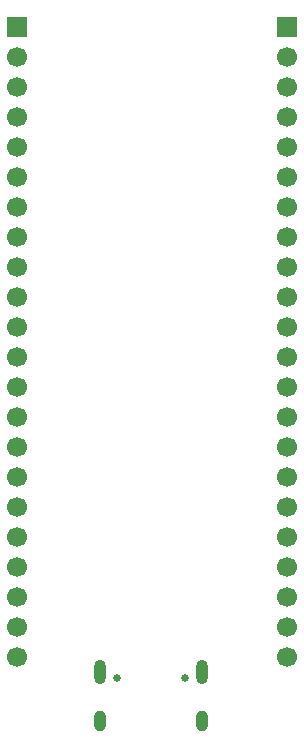
<source format=gbs>
%TF.GenerationSoftware,KiCad,Pcbnew,9.0.6*%
%TF.CreationDate,2025-12-14T17:15:16-06:00*%
%TF.ProjectId,PCB,5043422e-6b69-4636-9164-5f7063625858,rev?*%
%TF.SameCoordinates,Original*%
%TF.FileFunction,Soldermask,Bot*%
%TF.FilePolarity,Negative*%
%FSLAX46Y46*%
G04 Gerber Fmt 4.6, Leading zero omitted, Abs format (unit mm)*
G04 Created by KiCad (PCBNEW 9.0.6) date 2025-12-14 17:15:16*
%MOMM*%
%LPD*%
G01*
G04 APERTURE LIST*
%ADD10R,1.700000X1.700000*%
%ADD11C,1.700000*%
%ADD12C,0.650000*%
%ADD13O,1.000000X2.100000*%
%ADD14O,1.000000X1.800000*%
G04 APERTURE END LIST*
D10*
%TO.C,J1*%
X115010000Y-66110000D03*
D11*
X115010000Y-68650000D03*
X115010000Y-71190000D03*
X115010000Y-73730000D03*
X115010000Y-76270000D03*
X115010000Y-78810000D03*
X115010000Y-81350000D03*
X115010000Y-83890000D03*
X115010000Y-86430000D03*
X115010000Y-88970000D03*
X115010000Y-91510000D03*
X115010000Y-94050000D03*
X115010000Y-96590000D03*
X115010000Y-99130000D03*
X115010000Y-101670000D03*
X115010000Y-104210000D03*
X115010000Y-106750000D03*
X115010000Y-109290000D03*
X115010000Y-111830000D03*
X115010000Y-114370000D03*
X115010000Y-116910000D03*
X115010000Y-119450000D03*
%TD*%
D12*
%TO.C,JUSB1*%
X123470000Y-121200000D03*
X129250000Y-121200000D03*
D13*
X122040000Y-120700000D03*
D14*
X122040000Y-124880000D03*
D13*
X130680000Y-120700000D03*
D14*
X130680000Y-124880000D03*
%TD*%
D10*
%TO.C,J3*%
X137870000Y-66110000D03*
D11*
X137870000Y-68650000D03*
X137870000Y-71190000D03*
X137870000Y-73730000D03*
X137870000Y-76270000D03*
X137870000Y-78810000D03*
X137870000Y-81350000D03*
X137870000Y-83890000D03*
X137870000Y-86430000D03*
X137870000Y-88970000D03*
X137870000Y-91510000D03*
X137870000Y-94050000D03*
X137870000Y-96590000D03*
X137870000Y-99130000D03*
X137870000Y-101670000D03*
X137870000Y-104210000D03*
X137870000Y-106750000D03*
X137870000Y-109290000D03*
X137870000Y-111830000D03*
X137870000Y-114370000D03*
X137870000Y-116910000D03*
X137870000Y-119450000D03*
%TD*%
M02*

</source>
